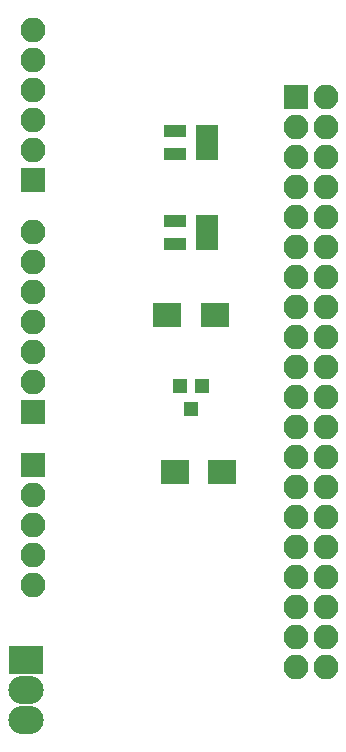
<source format=gbr>
G04 #@! TF.FileFunction,Soldermask,Bot*
%FSLAX46Y46*%
G04 Gerber Fmt 4.6, Leading zero omitted, Abs format (unit mm)*
G04 Created by KiCad (PCBNEW 4.0.7) date 08/28/18 16:08:13*
%MOMM*%
%LPD*%
G01*
G04 APERTURE LIST*
%ADD10C,0.100000*%
%ADD11R,2.400000X2.100000*%
%ADD12R,2.100000X2.100000*%
%ADD13O,2.100000X2.100000*%
%ADD14R,1.200000X1.300000*%
%ADD15R,1.960000X1.050000*%
%ADD16R,3.000000X2.400000*%
%ADD17O,3.000000X2.400000*%
G04 APERTURE END LIST*
D10*
D11*
X148495000Y-93980000D03*
X152495000Y-93980000D03*
X147860000Y-80645000D03*
X151860000Y-80645000D03*
D12*
X158750000Y-62230000D03*
D13*
X161290000Y-62230000D03*
X158750000Y-64770000D03*
X161290000Y-64770000D03*
X158750000Y-67310000D03*
X161290000Y-67310000D03*
X158750000Y-69850000D03*
X161290000Y-69850000D03*
X158750000Y-72390000D03*
X161290000Y-72390000D03*
X158750000Y-74930000D03*
X161290000Y-74930000D03*
X158750000Y-77470000D03*
X161290000Y-77470000D03*
X158750000Y-80010000D03*
X161290000Y-80010000D03*
X158750000Y-82550000D03*
X161290000Y-82550000D03*
X158750000Y-85090000D03*
X161290000Y-85090000D03*
X158750000Y-87630000D03*
X161290000Y-87630000D03*
X158750000Y-90170000D03*
X161290000Y-90170000D03*
X158750000Y-92710000D03*
X161290000Y-92710000D03*
X158750000Y-95250000D03*
X161290000Y-95250000D03*
X158750000Y-97790000D03*
X161290000Y-97790000D03*
X158750000Y-100330000D03*
X161290000Y-100330000D03*
X158750000Y-102870000D03*
X161290000Y-102870000D03*
X158750000Y-105410000D03*
X161290000Y-105410000D03*
X158750000Y-107950000D03*
X161290000Y-107950000D03*
X158750000Y-110490000D03*
X161290000Y-110490000D03*
D14*
X148910000Y-86630000D03*
X150810000Y-86630000D03*
X149860000Y-88630000D03*
D15*
X151210000Y-65090000D03*
X151210000Y-66040000D03*
X151210000Y-66990000D03*
X148510000Y-66990000D03*
X148510000Y-65090000D03*
X151210000Y-72710000D03*
X151210000Y-73660000D03*
X151210000Y-74610000D03*
X148510000Y-74610000D03*
X148510000Y-72710000D03*
D12*
X136525000Y-69215000D03*
D13*
X136525000Y-66675000D03*
X136525000Y-64135000D03*
X136525000Y-61595000D03*
X136525000Y-59055000D03*
X136525000Y-56515000D03*
D12*
X136525000Y-88900000D03*
D13*
X136525000Y-86360000D03*
X136525000Y-83820000D03*
X136525000Y-81280000D03*
X136525000Y-78740000D03*
X136525000Y-76200000D03*
X136525000Y-73660000D03*
D16*
X135890000Y-109855000D03*
D17*
X135890000Y-112395000D03*
X135890000Y-114935000D03*
D12*
X136525000Y-93345000D03*
D13*
X136525000Y-95885000D03*
X136525000Y-98425000D03*
X136525000Y-100965000D03*
X136525000Y-103505000D03*
M02*

</source>
